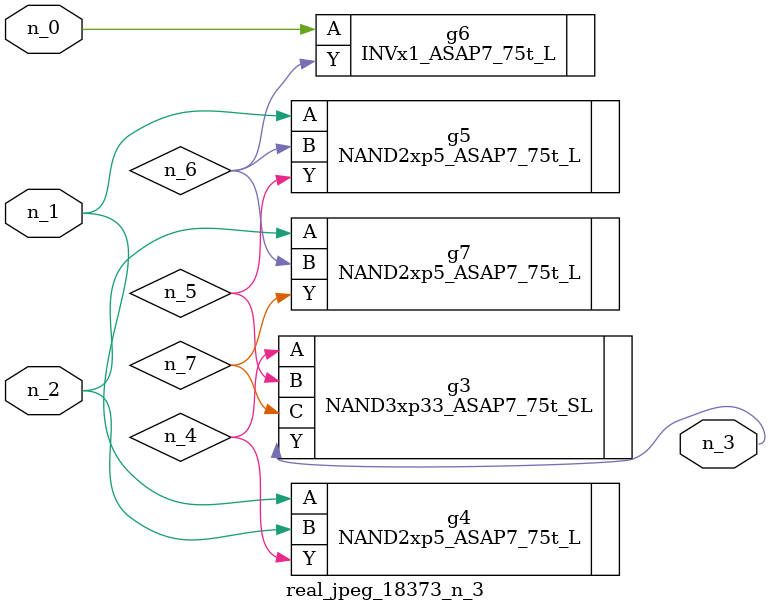
<source format=v>
module real_jpeg_18373_n_3 (n_1, n_0, n_2, n_3);

input n_1;
input n_0;
input n_2;

output n_3;

wire n_5;
wire n_4;
wire n_6;
wire n_7;

INVx1_ASAP7_75t_L g6 ( 
.A(n_0),
.Y(n_6)
);

NAND2xp5_ASAP7_75t_L g4 ( 
.A(n_1),
.B(n_2),
.Y(n_4)
);

NAND2xp5_ASAP7_75t_L g5 ( 
.A(n_1),
.B(n_6),
.Y(n_5)
);

NAND2xp5_ASAP7_75t_L g7 ( 
.A(n_2),
.B(n_6),
.Y(n_7)
);

NAND3xp33_ASAP7_75t_SL g3 ( 
.A(n_4),
.B(n_5),
.C(n_7),
.Y(n_3)
);


endmodule
</source>
